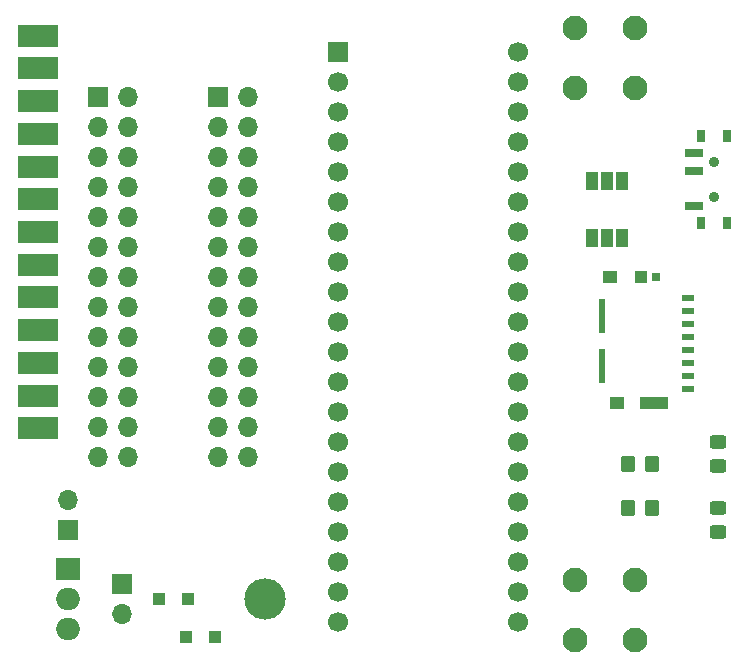
<source format=gts>
%TF.GenerationSoftware,KiCad,Pcbnew,(6.0.4-0)*%
%TF.CreationDate,2022-04-27T14:28:45-07:00*%
%TF.ProjectId,bluescsi_iigs_internal,626c7565-7363-4736-995f-696967735f69,rev?*%
%TF.SameCoordinates,Original*%
%TF.FileFunction,Soldermask,Top*%
%TF.FilePolarity,Negative*%
%FSLAX46Y46*%
G04 Gerber Fmt 4.6, Leading zero omitted, Abs format (unit mm)*
G04 Created by KiCad (PCBNEW (6.0.4-0)) date 2022-04-27 14:28:45*
%MOMM*%
%LPD*%
G01*
G04 APERTURE LIST*
G04 Aperture macros list*
%AMRoundRect*
0 Rectangle with rounded corners*
0 $1 Rounding radius*
0 $2 $3 $4 $5 $6 $7 $8 $9 X,Y pos of 4 corners*
0 Add a 4 corners polygon primitive as box body*
4,1,4,$2,$3,$4,$5,$6,$7,$8,$9,$2,$3,0*
0 Add four circle primitives for the rounded corners*
1,1,$1+$1,$2,$3*
1,1,$1+$1,$4,$5*
1,1,$1+$1,$6,$7*
1,1,$1+$1,$8,$9*
0 Add four rect primitives between the rounded corners*
20,1,$1+$1,$2,$3,$4,$5,0*
20,1,$1+$1,$4,$5,$6,$7,0*
20,1,$1+$1,$6,$7,$8,$9,0*
20,1,$1+$1,$8,$9,$2,$3,0*%
G04 Aperture macros list end*
%ADD10R,3.480000X1.846667*%
%ADD11O,2.000000X1.905000*%
%ADD12R,2.000000X1.905000*%
%ADD13O,3.500000X3.500000*%
%ADD14C,2.100000*%
%ADD15O,1.700000X1.700000*%
%ADD16R,1.700000X1.700000*%
%ADD17R,1.000000X1.500000*%
%ADD18R,1.000000X0.500000*%
%ADD19R,0.780000X0.720000*%
%ADD20R,1.080000X1.050000*%
%ADD21R,1.200000X1.050000*%
%ADD22R,2.390000X1.050000*%
%ADD23R,0.550000X2.910000*%
%ADD24R,1.000000X1.000000*%
%ADD25C,0.900000*%
%ADD26R,1.500000X0.700000*%
%ADD27R,0.800000X1.000000*%
%ADD28RoundRect,0.249999X0.450001X-0.325001X0.450001X0.325001X-0.450001X0.325001X-0.450001X-0.325001X0*%
%ADD29RoundRect,0.249999X-0.450001X0.325001X-0.450001X-0.325001X0.450001X-0.325001X0.450001X0.325001X0*%
%ADD30RoundRect,0.249999X0.350001X0.450001X-0.350001X0.450001X-0.350001X-0.450001X0.350001X-0.450001X0*%
%ADD31RoundRect,0.249999X-0.350001X-0.450001X0.350001X-0.450001X0.350001X0.450001X-0.350001X0.450001X0*%
%ADD32C,1.700000*%
G04 APERTURE END LIST*
D10*
%TO.C,J6*%
X127000000Y-49420000D03*
X127000000Y-52190000D03*
X127000000Y-54960000D03*
X127000000Y-57730000D03*
X127000000Y-60500000D03*
X127000000Y-63270000D03*
X127000000Y-66040000D03*
X127000000Y-68810000D03*
X127000000Y-71580000D03*
X127000000Y-74350000D03*
X127000000Y-77120000D03*
X127000000Y-79890000D03*
X127000000Y-82660000D03*
%TD*%
D11*
%TO.C,U4*%
X129540000Y-99695000D03*
X129540000Y-97155000D03*
D12*
X129540000Y-94615000D03*
D13*
X146200000Y-97155000D03*
%TD*%
D14*
%TO.C,M2*%
X172461000Y-48791000D03*
X177541000Y-48791000D03*
X172461000Y-53871000D03*
X177541000Y-53871000D03*
%TD*%
%TO.C,M1*%
X172461000Y-95481000D03*
X177541000Y-95481000D03*
X172461000Y-100561000D03*
X177541000Y-100561000D03*
%TD*%
D15*
%TO.C,J5*%
X129540000Y-88773000D03*
D16*
X129540000Y-91313000D03*
%TD*%
D17*
%TO.C,JP2*%
X173833000Y-66548000D03*
X175133000Y-66548000D03*
X176433000Y-66548000D03*
%TD*%
%TO.C,JP1*%
X173833000Y-61722000D03*
X175133000Y-61722000D03*
X176433000Y-61722000D03*
%TD*%
D18*
%TO.C,J3*%
X181965000Y-71634000D03*
X181965000Y-72734000D03*
X181965000Y-73834000D03*
X181965000Y-74934000D03*
X181965000Y-76034000D03*
X181965000Y-77134000D03*
X181965000Y-78234000D03*
X181965000Y-79334000D03*
D19*
X179285000Y-69874000D03*
D20*
X178015000Y-69859000D03*
D21*
X175405000Y-69859000D03*
X175975000Y-80509000D03*
D22*
X179160000Y-80509000D03*
D23*
X174730000Y-73198000D03*
X174730000Y-77388000D03*
%TD*%
D24*
%TO.C,D4*%
X137180000Y-97155000D03*
X139680000Y-97155000D03*
%TD*%
%TO.C,D3*%
X139466000Y-100330000D03*
X141966000Y-100330000D03*
%TD*%
D15*
%TO.C,J4*%
X134112000Y-98425000D03*
D16*
X134112000Y-95885000D03*
%TD*%
D25*
%TO.C,SW1*%
X184226000Y-63095000D03*
X184226000Y-60095000D03*
D26*
X182466000Y-63845000D03*
X182466000Y-60845000D03*
X182466000Y-59345000D03*
D27*
X185326000Y-65245000D03*
X185326000Y-57945000D03*
X183116000Y-57945000D03*
X183116000Y-65245000D03*
%TD*%
D28*
%TO.C,D2*%
X184531000Y-89399000D03*
X184531000Y-91449000D03*
%TD*%
D29*
%TO.C,D1*%
X184531000Y-85861000D03*
X184531000Y-83811000D03*
%TD*%
D30*
%TO.C,R2*%
X176927000Y-89408000D03*
X178927000Y-89408000D03*
%TD*%
D31*
%TO.C,R1*%
X178927000Y-85725000D03*
X176927000Y-85725000D03*
%TD*%
D15*
%TO.C,J2*%
X144780000Y-85090000D03*
X142240000Y-85090000D03*
X144780000Y-82550000D03*
X142240000Y-82550000D03*
X144780000Y-80010000D03*
X142240000Y-80010000D03*
X144780000Y-77470000D03*
X142240000Y-77470000D03*
X144780000Y-74930000D03*
X142240000Y-74930000D03*
X144780000Y-72390000D03*
X142240000Y-72390000D03*
X144780000Y-69850000D03*
X142240000Y-69850000D03*
X144780000Y-67310000D03*
X142240000Y-67310000D03*
X144780000Y-64770000D03*
X142240000Y-64770000D03*
X144780000Y-62230000D03*
X142240000Y-62230000D03*
X144780000Y-59690000D03*
X142240000Y-59690000D03*
X144780000Y-57150000D03*
X142240000Y-57150000D03*
X144780000Y-54610000D03*
D16*
X142240000Y-54610000D03*
%TD*%
D32*
%TO.C,U1*%
X167640000Y-50800000D03*
D16*
X152400000Y-50800000D03*
D32*
X167640000Y-53340000D03*
X152400000Y-53340000D03*
X167640000Y-55880000D03*
X152400000Y-55880000D03*
X167640000Y-58420000D03*
X152400000Y-58420000D03*
X167640000Y-60960000D03*
X152400000Y-60960000D03*
X167640000Y-63500000D03*
X152400000Y-63500000D03*
X167640000Y-66040000D03*
X152400000Y-66040000D03*
X167640000Y-68580000D03*
X152400000Y-68580000D03*
X167640000Y-71120000D03*
X152400000Y-71120000D03*
X167640000Y-73660000D03*
X152400000Y-73660000D03*
X167640000Y-76200000D03*
X152400000Y-76200000D03*
X167640000Y-78740000D03*
X152400000Y-78740000D03*
X167640000Y-81280000D03*
X152400000Y-81280000D03*
X167640000Y-83820000D03*
X152400000Y-83820000D03*
X167640000Y-86360000D03*
X152400000Y-86360000D03*
X167640000Y-88900000D03*
X152400000Y-88900000D03*
X167640000Y-91440000D03*
X152400000Y-91440000D03*
X167640000Y-93980000D03*
X152400000Y-93980000D03*
X167640000Y-96520000D03*
X152400000Y-96520000D03*
X167640000Y-99060000D03*
X152400000Y-99060000D03*
%TD*%
D15*
%TO.C,J1*%
X134620000Y-85090000D03*
X132080000Y-85090000D03*
X134620000Y-82550000D03*
X132080000Y-82550000D03*
X134620000Y-80010000D03*
X132080000Y-80010000D03*
X134620000Y-77470000D03*
X132080000Y-77470000D03*
X134620000Y-74930000D03*
X132080000Y-74930000D03*
X134620000Y-72390000D03*
X132080000Y-72390000D03*
X134620000Y-69850000D03*
X132080000Y-69850000D03*
X134620000Y-67310000D03*
X132080000Y-67310000D03*
X134620000Y-64770000D03*
X132080000Y-64770000D03*
X134620000Y-62230000D03*
X132080000Y-62230000D03*
X134620000Y-59690000D03*
X132080000Y-59690000D03*
X134620000Y-57150000D03*
X132080000Y-57150000D03*
X134620000Y-54610000D03*
D16*
X132080000Y-54610000D03*
%TD*%
M02*

</source>
